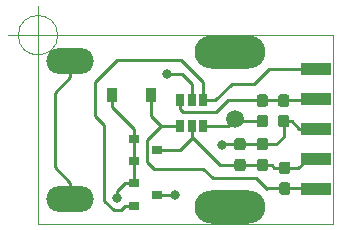
<source format=gbr>
G04 #@! TF.GenerationSoftware,KiCad,Pcbnew,(5.1.2)-2*
G04 #@! TF.CreationDate,2019-08-27T22:51:35+12:00*
G04 #@! TF.ProjectId,CacPP_PIC10,43616350-505f-4504-9943-31302e6b6963,rev?*
G04 #@! TF.SameCoordinates,Original*
G04 #@! TF.FileFunction,Copper,L2,Bot*
G04 #@! TF.FilePolarity,Positive*
%FSLAX46Y46*%
G04 Gerber Fmt 4.6, Leading zero omitted, Abs format (unit mm)*
G04 Created by KiCad (PCBNEW (5.1.2)-2) date 2019-08-27 22:51:35*
%MOMM*%
%LPD*%
G04 APERTURE LIST*
%ADD10C,0.050000*%
%ADD11O,6.000000X2.800000*%
%ADD12O,4.000000X2.200000*%
%ADD13R,2.500000X1.000000*%
%ADD14C,0.100000*%
%ADD15C,0.950000*%
%ADD16R,0.900000X1.200000*%
%ADD17R,0.900000X0.800000*%
%ADD18R,0.650000X1.060000*%
%ADD19C,1.500000*%
%ADD20C,0.800000*%
%ADD21C,0.250000*%
G04 APERTURE END LIST*
D10*
X51666666Y-30000000D02*
G75*
G03X51666666Y-30000000I-1666666J0D01*
G01*
X47500000Y-30000000D02*
X52500000Y-30000000D01*
X50000000Y-27500000D02*
X50000000Y-32500000D01*
X50000000Y-46000000D02*
X53000000Y-46000000D01*
X50000000Y-30000000D02*
X50000000Y-46000000D01*
X53000000Y-30000000D02*
X50000000Y-30000000D01*
X75000000Y-30000000D02*
X53000000Y-30000000D01*
X75000000Y-46000000D02*
X53000000Y-46000000D01*
X75000000Y-30000000D02*
X75000000Y-46000000D01*
D11*
X66220000Y-44570000D03*
X66220000Y-31430000D03*
D12*
X52750000Y-32150000D03*
X52750000Y-43850000D03*
D13*
X73575000Y-42980000D03*
X73575000Y-40440000D03*
X73575000Y-37900000D03*
X73575000Y-35360000D03*
X73575000Y-32820000D03*
D14*
G36*
X67360779Y-40451144D02*
G01*
X67383834Y-40454563D01*
X67406443Y-40460227D01*
X67428387Y-40468079D01*
X67449457Y-40478044D01*
X67469448Y-40490026D01*
X67488168Y-40503910D01*
X67505438Y-40519562D01*
X67521090Y-40536832D01*
X67534974Y-40555552D01*
X67546956Y-40575543D01*
X67556921Y-40596613D01*
X67564773Y-40618557D01*
X67570437Y-40641166D01*
X67573856Y-40664221D01*
X67575000Y-40687500D01*
X67575000Y-41262500D01*
X67573856Y-41285779D01*
X67570437Y-41308834D01*
X67564773Y-41331443D01*
X67556921Y-41353387D01*
X67546956Y-41374457D01*
X67534974Y-41394448D01*
X67521090Y-41413168D01*
X67505438Y-41430438D01*
X67488168Y-41446090D01*
X67469448Y-41459974D01*
X67449457Y-41471956D01*
X67428387Y-41481921D01*
X67406443Y-41489773D01*
X67383834Y-41495437D01*
X67360779Y-41498856D01*
X67337500Y-41500000D01*
X66862500Y-41500000D01*
X66839221Y-41498856D01*
X66816166Y-41495437D01*
X66793557Y-41489773D01*
X66771613Y-41481921D01*
X66750543Y-41471956D01*
X66730552Y-41459974D01*
X66711832Y-41446090D01*
X66694562Y-41430438D01*
X66678910Y-41413168D01*
X66665026Y-41394448D01*
X66653044Y-41374457D01*
X66643079Y-41353387D01*
X66635227Y-41331443D01*
X66629563Y-41308834D01*
X66626144Y-41285779D01*
X66625000Y-41262500D01*
X66625000Y-40687500D01*
X66626144Y-40664221D01*
X66629563Y-40641166D01*
X66635227Y-40618557D01*
X66643079Y-40596613D01*
X66653044Y-40575543D01*
X66665026Y-40555552D01*
X66678910Y-40536832D01*
X66694562Y-40519562D01*
X66711832Y-40503910D01*
X66730552Y-40490026D01*
X66750543Y-40478044D01*
X66771613Y-40468079D01*
X66793557Y-40460227D01*
X66816166Y-40454563D01*
X66839221Y-40451144D01*
X66862500Y-40450000D01*
X67337500Y-40450000D01*
X67360779Y-40451144D01*
X67360779Y-40451144D01*
G37*
D15*
X67100000Y-40975000D03*
D14*
G36*
X67360779Y-38701144D02*
G01*
X67383834Y-38704563D01*
X67406443Y-38710227D01*
X67428387Y-38718079D01*
X67449457Y-38728044D01*
X67469448Y-38740026D01*
X67488168Y-38753910D01*
X67505438Y-38769562D01*
X67521090Y-38786832D01*
X67534974Y-38805552D01*
X67546956Y-38825543D01*
X67556921Y-38846613D01*
X67564773Y-38868557D01*
X67570437Y-38891166D01*
X67573856Y-38914221D01*
X67575000Y-38937500D01*
X67575000Y-39512500D01*
X67573856Y-39535779D01*
X67570437Y-39558834D01*
X67564773Y-39581443D01*
X67556921Y-39603387D01*
X67546956Y-39624457D01*
X67534974Y-39644448D01*
X67521090Y-39663168D01*
X67505438Y-39680438D01*
X67488168Y-39696090D01*
X67469448Y-39709974D01*
X67449457Y-39721956D01*
X67428387Y-39731921D01*
X67406443Y-39739773D01*
X67383834Y-39745437D01*
X67360779Y-39748856D01*
X67337500Y-39750000D01*
X66862500Y-39750000D01*
X66839221Y-39748856D01*
X66816166Y-39745437D01*
X66793557Y-39739773D01*
X66771613Y-39731921D01*
X66750543Y-39721956D01*
X66730552Y-39709974D01*
X66711832Y-39696090D01*
X66694562Y-39680438D01*
X66678910Y-39663168D01*
X66665026Y-39644448D01*
X66653044Y-39624457D01*
X66643079Y-39603387D01*
X66635227Y-39581443D01*
X66629563Y-39558834D01*
X66626144Y-39535779D01*
X66625000Y-39512500D01*
X66625000Y-38937500D01*
X66626144Y-38914221D01*
X66629563Y-38891166D01*
X66635227Y-38868557D01*
X66643079Y-38846613D01*
X66653044Y-38825543D01*
X66665026Y-38805552D01*
X66678910Y-38786832D01*
X66694562Y-38769562D01*
X66711832Y-38753910D01*
X66730552Y-38740026D01*
X66750543Y-38728044D01*
X66771613Y-38718079D01*
X66793557Y-38710227D01*
X66816166Y-38704563D01*
X66839221Y-38701144D01*
X66862500Y-38700000D01*
X67337500Y-38700000D01*
X67360779Y-38701144D01*
X67360779Y-38701144D01*
G37*
D15*
X67100000Y-39225000D03*
D16*
X56250000Y-35100000D03*
X59550000Y-35100000D03*
D17*
X58100000Y-44450000D03*
X58100000Y-42550000D03*
X60100000Y-43500000D03*
D14*
G36*
X69260779Y-40451144D02*
G01*
X69283834Y-40454563D01*
X69306443Y-40460227D01*
X69328387Y-40468079D01*
X69349457Y-40478044D01*
X69369448Y-40490026D01*
X69388168Y-40503910D01*
X69405438Y-40519562D01*
X69421090Y-40536832D01*
X69434974Y-40555552D01*
X69446956Y-40575543D01*
X69456921Y-40596613D01*
X69464773Y-40618557D01*
X69470437Y-40641166D01*
X69473856Y-40664221D01*
X69475000Y-40687500D01*
X69475000Y-41262500D01*
X69473856Y-41285779D01*
X69470437Y-41308834D01*
X69464773Y-41331443D01*
X69456921Y-41353387D01*
X69446956Y-41374457D01*
X69434974Y-41394448D01*
X69421090Y-41413168D01*
X69405438Y-41430438D01*
X69388168Y-41446090D01*
X69369448Y-41459974D01*
X69349457Y-41471956D01*
X69328387Y-41481921D01*
X69306443Y-41489773D01*
X69283834Y-41495437D01*
X69260779Y-41498856D01*
X69237500Y-41500000D01*
X68762500Y-41500000D01*
X68739221Y-41498856D01*
X68716166Y-41495437D01*
X68693557Y-41489773D01*
X68671613Y-41481921D01*
X68650543Y-41471956D01*
X68630552Y-41459974D01*
X68611832Y-41446090D01*
X68594562Y-41430438D01*
X68578910Y-41413168D01*
X68565026Y-41394448D01*
X68553044Y-41374457D01*
X68543079Y-41353387D01*
X68535227Y-41331443D01*
X68529563Y-41308834D01*
X68526144Y-41285779D01*
X68525000Y-41262500D01*
X68525000Y-40687500D01*
X68526144Y-40664221D01*
X68529563Y-40641166D01*
X68535227Y-40618557D01*
X68543079Y-40596613D01*
X68553044Y-40575543D01*
X68565026Y-40555552D01*
X68578910Y-40536832D01*
X68594562Y-40519562D01*
X68611832Y-40503910D01*
X68630552Y-40490026D01*
X68650543Y-40478044D01*
X68671613Y-40468079D01*
X68693557Y-40460227D01*
X68716166Y-40454563D01*
X68739221Y-40451144D01*
X68762500Y-40450000D01*
X69237500Y-40450000D01*
X69260779Y-40451144D01*
X69260779Y-40451144D01*
G37*
D15*
X69000000Y-40975000D03*
D14*
G36*
X69260779Y-38701144D02*
G01*
X69283834Y-38704563D01*
X69306443Y-38710227D01*
X69328387Y-38718079D01*
X69349457Y-38728044D01*
X69369448Y-38740026D01*
X69388168Y-38753910D01*
X69405438Y-38769562D01*
X69421090Y-38786832D01*
X69434974Y-38805552D01*
X69446956Y-38825543D01*
X69456921Y-38846613D01*
X69464773Y-38868557D01*
X69470437Y-38891166D01*
X69473856Y-38914221D01*
X69475000Y-38937500D01*
X69475000Y-39512500D01*
X69473856Y-39535779D01*
X69470437Y-39558834D01*
X69464773Y-39581443D01*
X69456921Y-39603387D01*
X69446956Y-39624457D01*
X69434974Y-39644448D01*
X69421090Y-39663168D01*
X69405438Y-39680438D01*
X69388168Y-39696090D01*
X69369448Y-39709974D01*
X69349457Y-39721956D01*
X69328387Y-39731921D01*
X69306443Y-39739773D01*
X69283834Y-39745437D01*
X69260779Y-39748856D01*
X69237500Y-39750000D01*
X68762500Y-39750000D01*
X68739221Y-39748856D01*
X68716166Y-39745437D01*
X68693557Y-39739773D01*
X68671613Y-39731921D01*
X68650543Y-39721956D01*
X68630552Y-39709974D01*
X68611832Y-39696090D01*
X68594562Y-39680438D01*
X68578910Y-39663168D01*
X68565026Y-39644448D01*
X68553044Y-39624457D01*
X68543079Y-39603387D01*
X68535227Y-39581443D01*
X68529563Y-39558834D01*
X68526144Y-39535779D01*
X68525000Y-39512500D01*
X68525000Y-38937500D01*
X68526144Y-38914221D01*
X68529563Y-38891166D01*
X68535227Y-38868557D01*
X68543079Y-38846613D01*
X68553044Y-38825543D01*
X68565026Y-38805552D01*
X68578910Y-38786832D01*
X68594562Y-38769562D01*
X68611832Y-38753910D01*
X68630552Y-38740026D01*
X68650543Y-38728044D01*
X68671613Y-38718079D01*
X68693557Y-38710227D01*
X68716166Y-38704563D01*
X68739221Y-38701144D01*
X68762500Y-38700000D01*
X69237500Y-38700000D01*
X69260779Y-38701144D01*
X69260779Y-38701144D01*
G37*
D15*
X69000000Y-39225000D03*
D14*
G36*
X71160779Y-40701144D02*
G01*
X71183834Y-40704563D01*
X71206443Y-40710227D01*
X71228387Y-40718079D01*
X71249457Y-40728044D01*
X71269448Y-40740026D01*
X71288168Y-40753910D01*
X71305438Y-40769562D01*
X71321090Y-40786832D01*
X71334974Y-40805552D01*
X71346956Y-40825543D01*
X71356921Y-40846613D01*
X71364773Y-40868557D01*
X71370437Y-40891166D01*
X71373856Y-40914221D01*
X71375000Y-40937500D01*
X71375000Y-41512500D01*
X71373856Y-41535779D01*
X71370437Y-41558834D01*
X71364773Y-41581443D01*
X71356921Y-41603387D01*
X71346956Y-41624457D01*
X71334974Y-41644448D01*
X71321090Y-41663168D01*
X71305438Y-41680438D01*
X71288168Y-41696090D01*
X71269448Y-41709974D01*
X71249457Y-41721956D01*
X71228387Y-41731921D01*
X71206443Y-41739773D01*
X71183834Y-41745437D01*
X71160779Y-41748856D01*
X71137500Y-41750000D01*
X70662500Y-41750000D01*
X70639221Y-41748856D01*
X70616166Y-41745437D01*
X70593557Y-41739773D01*
X70571613Y-41731921D01*
X70550543Y-41721956D01*
X70530552Y-41709974D01*
X70511832Y-41696090D01*
X70494562Y-41680438D01*
X70478910Y-41663168D01*
X70465026Y-41644448D01*
X70453044Y-41624457D01*
X70443079Y-41603387D01*
X70435227Y-41581443D01*
X70429563Y-41558834D01*
X70426144Y-41535779D01*
X70425000Y-41512500D01*
X70425000Y-40937500D01*
X70426144Y-40914221D01*
X70429563Y-40891166D01*
X70435227Y-40868557D01*
X70443079Y-40846613D01*
X70453044Y-40825543D01*
X70465026Y-40805552D01*
X70478910Y-40786832D01*
X70494562Y-40769562D01*
X70511832Y-40753910D01*
X70530552Y-40740026D01*
X70550543Y-40728044D01*
X70571613Y-40718079D01*
X70593557Y-40710227D01*
X70616166Y-40704563D01*
X70639221Y-40701144D01*
X70662500Y-40700000D01*
X71137500Y-40700000D01*
X71160779Y-40701144D01*
X71160779Y-40701144D01*
G37*
D15*
X70900000Y-41225000D03*
D14*
G36*
X71160779Y-42451144D02*
G01*
X71183834Y-42454563D01*
X71206443Y-42460227D01*
X71228387Y-42468079D01*
X71249457Y-42478044D01*
X71269448Y-42490026D01*
X71288168Y-42503910D01*
X71305438Y-42519562D01*
X71321090Y-42536832D01*
X71334974Y-42555552D01*
X71346956Y-42575543D01*
X71356921Y-42596613D01*
X71364773Y-42618557D01*
X71370437Y-42641166D01*
X71373856Y-42664221D01*
X71375000Y-42687500D01*
X71375000Y-43262500D01*
X71373856Y-43285779D01*
X71370437Y-43308834D01*
X71364773Y-43331443D01*
X71356921Y-43353387D01*
X71346956Y-43374457D01*
X71334974Y-43394448D01*
X71321090Y-43413168D01*
X71305438Y-43430438D01*
X71288168Y-43446090D01*
X71269448Y-43459974D01*
X71249457Y-43471956D01*
X71228387Y-43481921D01*
X71206443Y-43489773D01*
X71183834Y-43495437D01*
X71160779Y-43498856D01*
X71137500Y-43500000D01*
X70662500Y-43500000D01*
X70639221Y-43498856D01*
X70616166Y-43495437D01*
X70593557Y-43489773D01*
X70571613Y-43481921D01*
X70550543Y-43471956D01*
X70530552Y-43459974D01*
X70511832Y-43446090D01*
X70494562Y-43430438D01*
X70478910Y-43413168D01*
X70465026Y-43394448D01*
X70453044Y-43374457D01*
X70443079Y-43353387D01*
X70435227Y-43331443D01*
X70429563Y-43308834D01*
X70426144Y-43285779D01*
X70425000Y-43262500D01*
X70425000Y-42687500D01*
X70426144Y-42664221D01*
X70429563Y-42641166D01*
X70435227Y-42618557D01*
X70443079Y-42596613D01*
X70453044Y-42575543D01*
X70465026Y-42555552D01*
X70478910Y-42536832D01*
X70494562Y-42519562D01*
X70511832Y-42503910D01*
X70530552Y-42490026D01*
X70550543Y-42478044D01*
X70571613Y-42468079D01*
X70593557Y-42460227D01*
X70616166Y-42454563D01*
X70639221Y-42451144D01*
X70662500Y-42450000D01*
X71137500Y-42450000D01*
X71160779Y-42451144D01*
X71160779Y-42451144D01*
G37*
D15*
X70900000Y-42975000D03*
D14*
G36*
X69260779Y-35001144D02*
G01*
X69283834Y-35004563D01*
X69306443Y-35010227D01*
X69328387Y-35018079D01*
X69349457Y-35028044D01*
X69369448Y-35040026D01*
X69388168Y-35053910D01*
X69405438Y-35069562D01*
X69421090Y-35086832D01*
X69434974Y-35105552D01*
X69446956Y-35125543D01*
X69456921Y-35146613D01*
X69464773Y-35168557D01*
X69470437Y-35191166D01*
X69473856Y-35214221D01*
X69475000Y-35237500D01*
X69475000Y-35812500D01*
X69473856Y-35835779D01*
X69470437Y-35858834D01*
X69464773Y-35881443D01*
X69456921Y-35903387D01*
X69446956Y-35924457D01*
X69434974Y-35944448D01*
X69421090Y-35963168D01*
X69405438Y-35980438D01*
X69388168Y-35996090D01*
X69369448Y-36009974D01*
X69349457Y-36021956D01*
X69328387Y-36031921D01*
X69306443Y-36039773D01*
X69283834Y-36045437D01*
X69260779Y-36048856D01*
X69237500Y-36050000D01*
X68762500Y-36050000D01*
X68739221Y-36048856D01*
X68716166Y-36045437D01*
X68693557Y-36039773D01*
X68671613Y-36031921D01*
X68650543Y-36021956D01*
X68630552Y-36009974D01*
X68611832Y-35996090D01*
X68594562Y-35980438D01*
X68578910Y-35963168D01*
X68565026Y-35944448D01*
X68553044Y-35924457D01*
X68543079Y-35903387D01*
X68535227Y-35881443D01*
X68529563Y-35858834D01*
X68526144Y-35835779D01*
X68525000Y-35812500D01*
X68525000Y-35237500D01*
X68526144Y-35214221D01*
X68529563Y-35191166D01*
X68535227Y-35168557D01*
X68543079Y-35146613D01*
X68553044Y-35125543D01*
X68565026Y-35105552D01*
X68578910Y-35086832D01*
X68594562Y-35069562D01*
X68611832Y-35053910D01*
X68630552Y-35040026D01*
X68650543Y-35028044D01*
X68671613Y-35018079D01*
X68693557Y-35010227D01*
X68716166Y-35004563D01*
X68739221Y-35001144D01*
X68762500Y-35000000D01*
X69237500Y-35000000D01*
X69260779Y-35001144D01*
X69260779Y-35001144D01*
G37*
D15*
X69000000Y-35525000D03*
D14*
G36*
X69260779Y-36751144D02*
G01*
X69283834Y-36754563D01*
X69306443Y-36760227D01*
X69328387Y-36768079D01*
X69349457Y-36778044D01*
X69369448Y-36790026D01*
X69388168Y-36803910D01*
X69405438Y-36819562D01*
X69421090Y-36836832D01*
X69434974Y-36855552D01*
X69446956Y-36875543D01*
X69456921Y-36896613D01*
X69464773Y-36918557D01*
X69470437Y-36941166D01*
X69473856Y-36964221D01*
X69475000Y-36987500D01*
X69475000Y-37562500D01*
X69473856Y-37585779D01*
X69470437Y-37608834D01*
X69464773Y-37631443D01*
X69456921Y-37653387D01*
X69446956Y-37674457D01*
X69434974Y-37694448D01*
X69421090Y-37713168D01*
X69405438Y-37730438D01*
X69388168Y-37746090D01*
X69369448Y-37759974D01*
X69349457Y-37771956D01*
X69328387Y-37781921D01*
X69306443Y-37789773D01*
X69283834Y-37795437D01*
X69260779Y-37798856D01*
X69237500Y-37800000D01*
X68762500Y-37800000D01*
X68739221Y-37798856D01*
X68716166Y-37795437D01*
X68693557Y-37789773D01*
X68671613Y-37781921D01*
X68650543Y-37771956D01*
X68630552Y-37759974D01*
X68611832Y-37746090D01*
X68594562Y-37730438D01*
X68578910Y-37713168D01*
X68565026Y-37694448D01*
X68553044Y-37674457D01*
X68543079Y-37653387D01*
X68535227Y-37631443D01*
X68529563Y-37608834D01*
X68526144Y-37585779D01*
X68525000Y-37562500D01*
X68525000Y-36987500D01*
X68526144Y-36964221D01*
X68529563Y-36941166D01*
X68535227Y-36918557D01*
X68543079Y-36896613D01*
X68553044Y-36875543D01*
X68565026Y-36855552D01*
X68578910Y-36836832D01*
X68594562Y-36819562D01*
X68611832Y-36803910D01*
X68630552Y-36790026D01*
X68650543Y-36778044D01*
X68671613Y-36768079D01*
X68693557Y-36760227D01*
X68716166Y-36754563D01*
X68739221Y-36751144D01*
X68762500Y-36750000D01*
X69237500Y-36750000D01*
X69260779Y-36751144D01*
X69260779Y-36751144D01*
G37*
D15*
X69000000Y-37275000D03*
D14*
G36*
X71060779Y-35001144D02*
G01*
X71083834Y-35004563D01*
X71106443Y-35010227D01*
X71128387Y-35018079D01*
X71149457Y-35028044D01*
X71169448Y-35040026D01*
X71188168Y-35053910D01*
X71205438Y-35069562D01*
X71221090Y-35086832D01*
X71234974Y-35105552D01*
X71246956Y-35125543D01*
X71256921Y-35146613D01*
X71264773Y-35168557D01*
X71270437Y-35191166D01*
X71273856Y-35214221D01*
X71275000Y-35237500D01*
X71275000Y-35812500D01*
X71273856Y-35835779D01*
X71270437Y-35858834D01*
X71264773Y-35881443D01*
X71256921Y-35903387D01*
X71246956Y-35924457D01*
X71234974Y-35944448D01*
X71221090Y-35963168D01*
X71205438Y-35980438D01*
X71188168Y-35996090D01*
X71169448Y-36009974D01*
X71149457Y-36021956D01*
X71128387Y-36031921D01*
X71106443Y-36039773D01*
X71083834Y-36045437D01*
X71060779Y-36048856D01*
X71037500Y-36050000D01*
X70562500Y-36050000D01*
X70539221Y-36048856D01*
X70516166Y-36045437D01*
X70493557Y-36039773D01*
X70471613Y-36031921D01*
X70450543Y-36021956D01*
X70430552Y-36009974D01*
X70411832Y-35996090D01*
X70394562Y-35980438D01*
X70378910Y-35963168D01*
X70365026Y-35944448D01*
X70353044Y-35924457D01*
X70343079Y-35903387D01*
X70335227Y-35881443D01*
X70329563Y-35858834D01*
X70326144Y-35835779D01*
X70325000Y-35812500D01*
X70325000Y-35237500D01*
X70326144Y-35214221D01*
X70329563Y-35191166D01*
X70335227Y-35168557D01*
X70343079Y-35146613D01*
X70353044Y-35125543D01*
X70365026Y-35105552D01*
X70378910Y-35086832D01*
X70394562Y-35069562D01*
X70411832Y-35053910D01*
X70430552Y-35040026D01*
X70450543Y-35028044D01*
X70471613Y-35018079D01*
X70493557Y-35010227D01*
X70516166Y-35004563D01*
X70539221Y-35001144D01*
X70562500Y-35000000D01*
X71037500Y-35000000D01*
X71060779Y-35001144D01*
X71060779Y-35001144D01*
G37*
D15*
X70800000Y-35525000D03*
D14*
G36*
X71060779Y-36751144D02*
G01*
X71083834Y-36754563D01*
X71106443Y-36760227D01*
X71128387Y-36768079D01*
X71149457Y-36778044D01*
X71169448Y-36790026D01*
X71188168Y-36803910D01*
X71205438Y-36819562D01*
X71221090Y-36836832D01*
X71234974Y-36855552D01*
X71246956Y-36875543D01*
X71256921Y-36896613D01*
X71264773Y-36918557D01*
X71270437Y-36941166D01*
X71273856Y-36964221D01*
X71275000Y-36987500D01*
X71275000Y-37562500D01*
X71273856Y-37585779D01*
X71270437Y-37608834D01*
X71264773Y-37631443D01*
X71256921Y-37653387D01*
X71246956Y-37674457D01*
X71234974Y-37694448D01*
X71221090Y-37713168D01*
X71205438Y-37730438D01*
X71188168Y-37746090D01*
X71169448Y-37759974D01*
X71149457Y-37771956D01*
X71128387Y-37781921D01*
X71106443Y-37789773D01*
X71083834Y-37795437D01*
X71060779Y-37798856D01*
X71037500Y-37800000D01*
X70562500Y-37800000D01*
X70539221Y-37798856D01*
X70516166Y-37795437D01*
X70493557Y-37789773D01*
X70471613Y-37781921D01*
X70450543Y-37771956D01*
X70430552Y-37759974D01*
X70411832Y-37746090D01*
X70394562Y-37730438D01*
X70378910Y-37713168D01*
X70365026Y-37694448D01*
X70353044Y-37674457D01*
X70343079Y-37653387D01*
X70335227Y-37631443D01*
X70329563Y-37608834D01*
X70326144Y-37585779D01*
X70325000Y-37562500D01*
X70325000Y-36987500D01*
X70326144Y-36964221D01*
X70329563Y-36941166D01*
X70335227Y-36918557D01*
X70343079Y-36896613D01*
X70353044Y-36875543D01*
X70365026Y-36855552D01*
X70378910Y-36836832D01*
X70394562Y-36819562D01*
X70411832Y-36803910D01*
X70430552Y-36790026D01*
X70450543Y-36778044D01*
X70471613Y-36768079D01*
X70493557Y-36760227D01*
X70516166Y-36754563D01*
X70539221Y-36751144D01*
X70562500Y-36750000D01*
X71037500Y-36750000D01*
X71060779Y-36751144D01*
X71060779Y-36751144D01*
G37*
D15*
X70800000Y-37275000D03*
D18*
X62050000Y-35500000D03*
X63000000Y-35500000D03*
X63950000Y-35500000D03*
X63950000Y-37700000D03*
X62050000Y-37700000D03*
X63000000Y-37700000D03*
D17*
X58100000Y-40650000D03*
X58100000Y-38750000D03*
X60100000Y-39700000D03*
D19*
X66700000Y-37100000D03*
D20*
X60900000Y-33300000D03*
X65600000Y-39300000D03*
X56700000Y-43800000D03*
X61600000Y-43500000D03*
D21*
X69000000Y-40975000D02*
X67100000Y-40975000D01*
X69000000Y-40975000D02*
X69775000Y-40975000D01*
X69775000Y-40975000D02*
X70025000Y-41225000D01*
X63000000Y-37700000D02*
X63000000Y-38700000D01*
X62000000Y-39700000D02*
X60100000Y-39700000D01*
X63000000Y-38700000D02*
X62000000Y-39700000D01*
X63000000Y-38700000D02*
X63100000Y-38700000D01*
X65375000Y-40975000D02*
X67100000Y-40975000D01*
X63100000Y-38700000D02*
X65375000Y-40975000D01*
X70025000Y-41225000D02*
X70900000Y-41225000D01*
X72825000Y-40440000D02*
X73575000Y-40440000D01*
X72040000Y-41225000D02*
X72825000Y-40440000D01*
X72040000Y-41225000D02*
X70900000Y-41225000D01*
X69000000Y-39225000D02*
X67100000Y-39225000D01*
X67100000Y-39225000D02*
X65675000Y-39225000D01*
X65675000Y-39225000D02*
X65600000Y-39300000D01*
X70800000Y-37275000D02*
X71475000Y-37275000D01*
X72075000Y-37900000D02*
X73575000Y-37900000D01*
X71475000Y-37300000D02*
X72075000Y-37900000D01*
X71475000Y-37275000D02*
X71475000Y-37300000D01*
X70800000Y-38600000D02*
X70800000Y-37275000D01*
X69000000Y-39225000D02*
X70175000Y-39225000D01*
X70175000Y-39225000D02*
X70800000Y-38600000D01*
X62200000Y-33300000D02*
X60900000Y-33300000D01*
X63000000Y-35500000D02*
X63000000Y-34100000D01*
X63000000Y-34100000D02*
X62200000Y-33300000D01*
X59550000Y-36850000D02*
X59550000Y-35100000D01*
X60400000Y-37700000D02*
X59550000Y-36850000D01*
X61475000Y-37700000D02*
X60400000Y-37700000D01*
X62050000Y-37700000D02*
X61475000Y-37700000D01*
X59200000Y-38900000D02*
X60400000Y-37700000D01*
X69380000Y-42980000D02*
X68500000Y-42100000D01*
X59200000Y-40700000D02*
X59200000Y-38900000D01*
X64800000Y-42100000D02*
X64000000Y-41300000D01*
X68500000Y-42100000D02*
X64800000Y-42100000D01*
X64000000Y-41300000D02*
X59800000Y-41300000D01*
X59800000Y-41300000D02*
X59200000Y-40700000D01*
X69385000Y-42975000D02*
X70900000Y-42975000D01*
X69380000Y-42980000D02*
X69385000Y-42975000D01*
X73570000Y-42975000D02*
X73575000Y-42980000D01*
X70900000Y-42975000D02*
X73570000Y-42975000D01*
X52750000Y-42500000D02*
X52750000Y-43700000D01*
X51400000Y-41150000D02*
X52750000Y-42500000D01*
X51400000Y-34850000D02*
X51400000Y-41150000D01*
X52750000Y-32300000D02*
X52750000Y-33500000D01*
X52750000Y-33500000D02*
X51400000Y-34850000D01*
X70800000Y-35525000D02*
X69000000Y-35525000D01*
X73410000Y-35525000D02*
X73575000Y-35360000D01*
X70800000Y-35525000D02*
X73410000Y-35525000D01*
X66075000Y-35525000D02*
X69000000Y-35525000D01*
X65100000Y-36500000D02*
X66075000Y-35525000D01*
X62270000Y-36500000D02*
X65100000Y-36500000D01*
X62050000Y-35500000D02*
X62050000Y-36280000D01*
X62050000Y-36280000D02*
X62270000Y-36500000D01*
X57900000Y-44500000D02*
X57899990Y-44499990D01*
X58150000Y-44500000D02*
X57900000Y-44500000D01*
X54800000Y-34000000D02*
X56700000Y-32100000D01*
X57400000Y-44450000D02*
X57050000Y-44800000D01*
X58100000Y-44450000D02*
X57400000Y-44450000D01*
X57050000Y-44800000D02*
X56400000Y-44800000D01*
X56400000Y-44800000D02*
X55600000Y-44000000D01*
X55600000Y-44000000D02*
X55600000Y-37600000D01*
X54800000Y-36800000D02*
X54800000Y-34000000D01*
X55600000Y-37600000D02*
X54800000Y-36800000D01*
X56700000Y-32100000D02*
X61700000Y-32100000D01*
X61700000Y-32100000D02*
X62100000Y-32100000D01*
X64000000Y-34000000D02*
X62100000Y-32100000D01*
X73575000Y-32820000D02*
X69580000Y-32820000D01*
X68300000Y-34100000D02*
X66425000Y-34100000D01*
X66425000Y-34100000D02*
X65025000Y-35500000D01*
X69580000Y-32820000D02*
X68300000Y-34100000D01*
X65025000Y-35500000D02*
X64000000Y-35500000D01*
X64000000Y-35500000D02*
X64000000Y-34000000D01*
X67000000Y-37200000D02*
X67075000Y-37275000D01*
X68925000Y-37200000D02*
X69000000Y-37275000D01*
X66700000Y-37100000D02*
X66100000Y-37700000D01*
X66100000Y-37700000D02*
X63950000Y-37700000D01*
X66875000Y-37275000D02*
X66700000Y-37100000D01*
X69000000Y-37275000D02*
X66875000Y-37275000D01*
X58100000Y-40650000D02*
X58100000Y-38750000D01*
X58100000Y-40650000D02*
X58100000Y-41300000D01*
X58100000Y-38750000D02*
X58100000Y-37900000D01*
X56250000Y-36050000D02*
X56250000Y-35100000D01*
X58100000Y-37900000D02*
X56250000Y-36050000D01*
X58100000Y-42550000D02*
X58100000Y-40650000D01*
X58100000Y-42550000D02*
X58050000Y-42550000D01*
X57350000Y-42550000D02*
X58100000Y-42550000D01*
X57350000Y-42550000D02*
X56700000Y-43200000D01*
X56700000Y-43800000D02*
X56700000Y-43200000D01*
X61600000Y-43500000D02*
X60100000Y-43500000D01*
M02*

</source>
